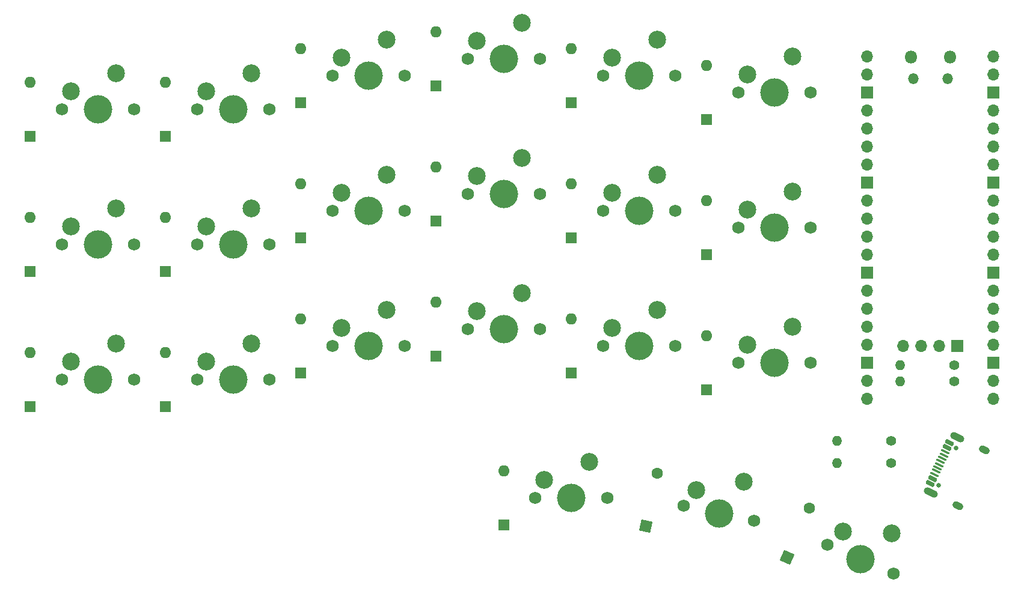
<source format=gbr>
%TF.GenerationSoftware,KiCad,Pcbnew,8.0.8*%
%TF.CreationDate,2025-03-11T20:04:01-04:00*%
%TF.ProjectId,Keyboard,4b657962-6f61-4726-942e-6b696361645f,rev?*%
%TF.SameCoordinates,Original*%
%TF.FileFunction,Soldermask,Top*%
%TF.FilePolarity,Negative*%
%FSLAX46Y46*%
G04 Gerber Fmt 4.6, Leading zero omitted, Abs format (unit mm)*
G04 Created by KiCad (PCBNEW 8.0.8) date 2025-03-11 20:04:01*
%MOMM*%
%LPD*%
G01*
G04 APERTURE LIST*
G04 Aperture macros list*
%AMRoundRect*
0 Rectangle with rounded corners*
0 $1 Rounding radius*
0 $2 $3 $4 $5 $6 $7 $8 $9 X,Y pos of 4 corners*
0 Add a 4 corners polygon primitive as box body*
4,1,4,$2,$3,$4,$5,$6,$7,$8,$9,$2,$3,0*
0 Add four circle primitives for the rounded corners*
1,1,$1+$1,$2,$3*
1,1,$1+$1,$4,$5*
1,1,$1+$1,$6,$7*
1,1,$1+$1,$8,$9*
0 Add four rect primitives between the rounded corners*
20,1,$1+$1,$2,$3,$4,$5,0*
20,1,$1+$1,$4,$5,$6,$7,0*
20,1,$1+$1,$6,$7,$8,$9,0*
20,1,$1+$1,$8,$9,$2,$3,0*%
%AMHorizOval*
0 Thick line with rounded ends*
0 $1 width*
0 $2 $3 position (X,Y) of the first rounded end (center of the circle)*
0 $4 $5 position (X,Y) of the second rounded end (center of the circle)*
0 Add line between two ends*
20,1,$1,$2,$3,$4,$5,0*
0 Add two circle primitives to create the rounded ends*
1,1,$1,$2,$3*
1,1,$1,$4,$5*%
%AMRotRect*
0 Rectangle, with rotation*
0 The origin of the aperture is its center*
0 $1 length*
0 $2 width*
0 $3 Rotation angle, in degrees counterclockwise*
0 Add horizontal line*
21,1,$1,$2,0,0,$3*%
G04 Aperture macros list end*
%ADD10C,1.400000*%
%ADD11O,1.400000X1.400000*%
%ADD12C,1.750000*%
%ADD13C,4.000000*%
%ADD14C,2.500000*%
%ADD15R,1.600000X1.600000*%
%ADD16O,1.600000X1.600000*%
%ADD17R,1.700000X1.700000*%
%ADD18O,1.700000X1.700000*%
%ADD19RotRect,1.600000X1.600000X66.121000*%
%ADD20HorizOval,1.600000X0.000000X0.000000X0.000000X0.000000X0*%
%ADD21RotRect,1.600000X1.600000X78.060000*%
%ADD22HorizOval,1.600000X0.000000X0.000000X0.000000X0.000000X0*%
%ADD23O,1.800000X1.800000*%
%ADD24O,1.500000X1.500000*%
%ADD25C,0.650000*%
%ADD26RoundRect,0.150000X0.387931X-0.349298X0.516144X-0.078076X-0.387931X0.349298X-0.516144X0.078076X0*%
%ADD27RoundRect,0.075000X0.487790X-0.313545X0.551896X-0.177934X-0.487790X0.313545X-0.551896X0.177934X0*%
%ADD28HorizOval,1.000000X-0.497241X0.235056X0.497241X-0.235056X0*%
%ADD29HorizOval,1.000000X-0.271223X0.128212X0.271223X-0.128212X0*%
G04 APERTURE END LIST*
D10*
%TO.C,R6*%
X228795000Y-208150000D03*
D11*
X221175000Y-208150000D03*
%TD*%
D12*
%TO.C,SW24*%
X198395000Y-205550000D03*
D13*
X203475000Y-205550000D03*
D12*
X208555000Y-205550000D03*
D14*
X199665000Y-203010000D03*
X206015000Y-200470000D03*
%TD*%
D15*
%TO.C,D37*%
X136800000Y-168879000D03*
D16*
X136800000Y-161259000D03*
%TD*%
D17*
%TO.C,Brd4*%
X229285000Y-203165000D03*
D18*
X226745000Y-203165000D03*
X224205000Y-203165000D03*
X221665000Y-203165000D03*
%TD*%
D12*
%TO.C,SW42*%
X103145000Y-207932000D03*
D13*
X108225000Y-207932000D03*
D12*
X113305000Y-207932000D03*
D14*
X104415000Y-205392000D03*
X110765000Y-202852000D03*
%TD*%
D10*
%TO.C,R7*%
X219955000Y-216550000D03*
D11*
X212335000Y-216550000D03*
%TD*%
D19*
%TO.C,D28*%
X205306017Y-233000569D03*
D20*
X208390642Y-226032823D03*
%TD*%
D12*
%TO.C,SW30*%
X160295000Y-162688000D03*
D13*
X165375000Y-162688000D03*
D12*
X170455000Y-162688000D03*
D14*
X161565000Y-160148000D03*
X167915000Y-157608000D03*
%TD*%
D15*
%TO.C,D25*%
X193950000Y-171260000D03*
D16*
X193950000Y-163640000D03*
%TD*%
D15*
%TO.C,D38*%
X136800000Y-187929000D03*
D16*
X136800000Y-180309000D03*
%TD*%
D12*
%TO.C,SW27*%
X179345000Y-184119000D03*
D13*
X184425000Y-184119000D03*
D12*
X189505000Y-184119000D03*
D14*
X180615000Y-181579000D03*
X186965000Y-179039000D03*
%TD*%
D15*
%TO.C,D33*%
X155850000Y-166498000D03*
D16*
X155850000Y-158878000D03*
%TD*%
D15*
%TO.C,D30*%
X174900000Y-187929000D03*
D16*
X174900000Y-180309000D03*
%TD*%
D12*
%TO.C,SW29*%
X190734889Y-225729099D03*
D13*
X195705000Y-226780000D03*
D12*
X200675111Y-227830901D03*
D14*
X192502867Y-223506769D03*
X199240956Y-222335339D03*
%TD*%
D15*
%TO.C,D36*%
X165375000Y-228425000D03*
D16*
X165375000Y-220805000D03*
%TD*%
D12*
%TO.C,SW23*%
X198395000Y-186500000D03*
D13*
X203475000Y-186500000D03*
D12*
X208555000Y-186500000D03*
D14*
X199665000Y-183960000D03*
X206015000Y-181420000D03*
%TD*%
D10*
%TO.C,R5*%
X219955000Y-219700000D03*
D11*
X212335000Y-219700000D03*
%TD*%
D12*
%TO.C,SW38*%
X122195000Y-188882000D03*
D13*
X127275000Y-188882000D03*
D12*
X132355000Y-188882000D03*
D14*
X123465000Y-186342000D03*
X129815000Y-183802000D03*
%TD*%
D12*
%TO.C,SW36*%
X141245000Y-203169000D03*
D13*
X146325000Y-203169000D03*
D12*
X151405000Y-203169000D03*
D14*
X142515000Y-200629000D03*
X148865000Y-198089000D03*
%TD*%
D21*
%TO.C,D32*%
X185440279Y-228563755D03*
D22*
X187016760Y-221108615D03*
%TD*%
D15*
%TO.C,D26*%
X193950000Y-190325000D03*
D16*
X193950000Y-182705000D03*
%TD*%
D12*
%TO.C,SW26*%
X179345000Y-165069000D03*
D13*
X184425000Y-165069000D03*
D12*
X189505000Y-165069000D03*
D14*
X180615000Y-162529000D03*
X186965000Y-159989000D03*
%TD*%
D15*
%TO.C,D41*%
X117750000Y-192692000D03*
D16*
X117750000Y-185072000D03*
%TD*%
D12*
%TO.C,SW28*%
X179345000Y-203169000D03*
D13*
X184425000Y-203169000D03*
D12*
X189505000Y-203169000D03*
D14*
X180615000Y-200629000D03*
X186965000Y-198089000D03*
%TD*%
D15*
%TO.C,D29*%
X174900000Y-168879000D03*
D16*
X174900000Y-161259000D03*
%TD*%
D23*
%TO.C,U2*%
X228200000Y-162500000D03*
D24*
X227900000Y-165530000D03*
X223050000Y-165530000D03*
D23*
X222750000Y-162500000D03*
D18*
X234365000Y-162370000D03*
X234365000Y-164910000D03*
D17*
X234365000Y-167450000D03*
D18*
X234365000Y-169990000D03*
X234365000Y-172530000D03*
X234365000Y-175070000D03*
X234365000Y-177610000D03*
D17*
X234365000Y-180150000D03*
D18*
X234365000Y-182690000D03*
X234365000Y-185230000D03*
X234365000Y-187770000D03*
X234365000Y-190310000D03*
D17*
X234365000Y-192850000D03*
D18*
X234365000Y-195390000D03*
X234365000Y-197930000D03*
X234365000Y-200470000D03*
X234365000Y-203010000D03*
D17*
X234365000Y-205550000D03*
D18*
X234365000Y-208090000D03*
X234365000Y-210630000D03*
X216585000Y-210630000D03*
X216585000Y-208090000D03*
D17*
X216585000Y-205550000D03*
D18*
X216585000Y-203010000D03*
X216585000Y-200470000D03*
X216585000Y-197930000D03*
X216585000Y-195390000D03*
D17*
X216585000Y-192850000D03*
D18*
X216585000Y-190310000D03*
X216585000Y-187770000D03*
X216585000Y-185230000D03*
X216585000Y-182690000D03*
D17*
X216585000Y-180150000D03*
D18*
X216585000Y-177610000D03*
X216585000Y-175070000D03*
X216585000Y-172530000D03*
X216585000Y-169990000D03*
D17*
X216585000Y-167450000D03*
D18*
X216585000Y-164910000D03*
X216585000Y-162370000D03*
%TD*%
D16*
%TO.C,D62*%
X98700000Y-185072000D03*
D15*
X98700000Y-192692000D03*
%TD*%
D12*
%TO.C,SW25*%
X210974964Y-231171250D03*
D13*
X215620128Y-233227667D03*
D12*
X220265292Y-235284084D03*
D14*
X213164463Y-229362772D03*
X219999127Y-229610711D03*
%TD*%
D15*
%TO.C,D39*%
X136800000Y-206979000D03*
D16*
X136800000Y-199359000D03*
%TD*%
D12*
%TO.C,SW22*%
X198395000Y-167450000D03*
D13*
X203475000Y-167450000D03*
D12*
X208555000Y-167450000D03*
D14*
X199665000Y-164910000D03*
X206015000Y-162370000D03*
%TD*%
D16*
%TO.C,D61*%
X98700000Y-166022000D03*
D15*
X98700000Y-173642000D03*
%TD*%
D12*
%TO.C,SW39*%
X122195000Y-207932000D03*
D13*
X127275000Y-207932000D03*
D12*
X132355000Y-207932000D03*
D14*
X123465000Y-205392000D03*
X129815000Y-202852000D03*
%TD*%
D15*
%TO.C,D34*%
X155850000Y-185548000D03*
D16*
X155850000Y-177928000D03*
%TD*%
D12*
%TO.C,SW34*%
X141245000Y-165069000D03*
D13*
X146325000Y-165069000D03*
D12*
X151405000Y-165069000D03*
D14*
X142515000Y-162529000D03*
X148865000Y-159989000D03*
%TD*%
D12*
%TO.C,SW35*%
X141245000Y-184119000D03*
D13*
X146325000Y-184119000D03*
D12*
X151405000Y-184119000D03*
D14*
X142515000Y-181579000D03*
X148865000Y-179039000D03*
%TD*%
D12*
%TO.C,SW40*%
X103145000Y-169832000D03*
D13*
X108225000Y-169832000D03*
D12*
X113305000Y-169832000D03*
D14*
X104415000Y-167292000D03*
X110765000Y-164752000D03*
%TD*%
D16*
%TO.C,D63*%
X98700000Y-204122000D03*
D15*
X98700000Y-211742000D03*
%TD*%
D25*
%TO.C,J2*%
X226615242Y-222804438D03*
X229085461Y-217578884D03*
D26*
X225452110Y-222597495D03*
X225794009Y-221874235D03*
D27*
X226285489Y-220834549D03*
X226712862Y-219930473D03*
X226926549Y-219478436D03*
X227353923Y-218574361D03*
D26*
X227845403Y-217534674D03*
X228187301Y-216811414D03*
X228187301Y-216811414D03*
X227845403Y-217534674D03*
D27*
X227567610Y-218122323D03*
X227140236Y-219026398D03*
X226499176Y-220382511D03*
X226071802Y-221286586D03*
D26*
X225794009Y-221874235D03*
X225452110Y-222597495D03*
D28*
X225552060Y-223883578D03*
D29*
X229331094Y-225670000D03*
D28*
X229244568Y-216072369D03*
D29*
X233023602Y-217858791D03*
%TD*%
D10*
%TO.C,R8*%
X228795000Y-205900000D03*
D11*
X221175000Y-205900000D03*
%TD*%
D12*
%TO.C,SW41*%
X103145000Y-188882000D03*
D13*
X108225000Y-188882000D03*
D12*
X113305000Y-188882000D03*
D14*
X104415000Y-186342000D03*
X110765000Y-183802000D03*
%TD*%
D15*
%TO.C,D42*%
X117750000Y-211742000D03*
D16*
X117750000Y-204122000D03*
%TD*%
D15*
%TO.C,D35*%
X155850000Y-204598000D03*
D16*
X155850000Y-196978000D03*
%TD*%
D12*
%TO.C,SW32*%
X160295000Y-200788000D03*
D13*
X165375000Y-200788000D03*
D12*
X170455000Y-200788000D03*
D14*
X161565000Y-198248000D03*
X167915000Y-195708000D03*
%TD*%
D15*
%TO.C,D27*%
X193950000Y-209360000D03*
D16*
X193950000Y-201740000D03*
%TD*%
D12*
%TO.C,SW31*%
X160295000Y-181738000D03*
D13*
X165375000Y-181738000D03*
D12*
X170455000Y-181738000D03*
D14*
X161565000Y-179198000D03*
X167915000Y-176658000D03*
%TD*%
D12*
%TO.C,SW33*%
X169820000Y-224600000D03*
D13*
X174900000Y-224600000D03*
D12*
X179980000Y-224600000D03*
D14*
X171090000Y-222060000D03*
X177440000Y-219520000D03*
%TD*%
D15*
%TO.C,D31*%
X174900000Y-206979000D03*
D16*
X174900000Y-199359000D03*
%TD*%
D15*
%TO.C,D40*%
X117750000Y-173642000D03*
D16*
X117750000Y-166022000D03*
%TD*%
D12*
%TO.C,SW37*%
X122195000Y-169832000D03*
D13*
X127275000Y-169832000D03*
D12*
X132355000Y-169832000D03*
D14*
X123465000Y-167292000D03*
X129815000Y-164752000D03*
%TD*%
M02*

</source>
